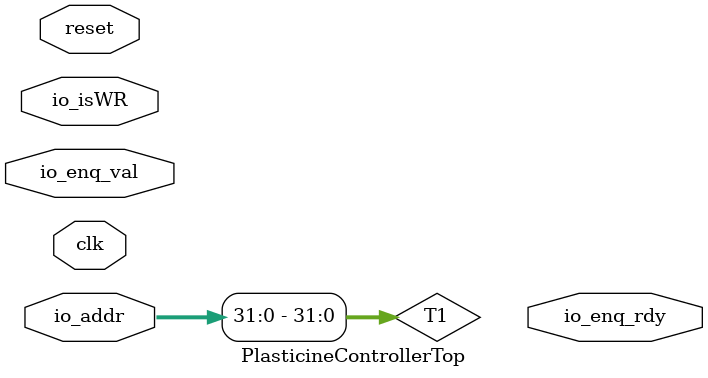
<source format=v>
module PlasticineController(input clk, input reset,
    input  io_start,
    input  io_tx_comp,
    output io_tx_enq,
    output io_done
);

  wire T0;
  reg [1:0] state;
  wire[1:0] T26;
  wire[1:0] T1;
  wire[1:0] T2;
  wire[1:0] T3;
  wire[1:0] T4;
  wire[1:0] T5;
  wire[1:0] T6;
  wire T7;
  wire T8;
  wire T9;
  wire T10;
  wire T11;
  wire T12;
  wire T13;
  wire T14;
  wire T15;
  wire T16;
  wire T17;
  wire T18;
  wire T19;
  wire T20;
  wire T21;
  wire T22;
  wire T23;
  wire T24;
  wire T25;

`ifndef SYNTHESIS
// synthesis translate_off
  integer initvar;
  initial begin
    #0.002;
    state = {1{$random}};
  end
// synthesis translate_on
`endif

  assign io_done = T0;
  assign T0 = state == 2'h3;
  assign T26 = reset ? 2'h0 : T1;
  assign T1 = T21 ? 2'h0 : T2;
  assign T2 = T19 ? 2'h2 : T3;
  assign T3 = T14 ? 2'h3 : T4;
  assign T4 = T11 ? 2'h2 : T5;
  assign T5 = T9 ? 2'h0 : T6;
  assign T6 = T7 ? 2'h1 : state;
  assign T7 = T8 & io_start;
  assign T8 = state == 2'h0;
  assign T9 = T8 & T10;
  assign T10 = io_start ^ 1'h1;
  assign T11 = T13 & T12;
  assign T12 = state == 2'h1;
  assign T13 = T8 ^ 1'h1;
  assign T14 = T15 & io_tx_comp;
  assign T15 = T17 & T16;
  assign T16 = state == 2'h2;
  assign T17 = T18 ^ 1'h1;
  assign T18 = T8 | T12;
  assign T19 = T15 & T20;
  assign T20 = io_tx_comp ^ 1'h1;
  assign T21 = T23 & T22;
  assign T22 = state == 2'h3;
  assign T23 = T24 ^ 1'h1;
  assign T24 = T18 | T16;
  assign io_tx_enq = T25;
  assign T25 = state == 2'h1;

  always @(posedge clk) begin
    if(reset) begin
      state <= 2'h0;
    end else if(T21) begin
      state <= 2'h0;
    end else if(T19) begin
      state <= 2'h2;
    end else if(T14) begin
      state <= 2'h3;
    end else if(T11) begin
      state <= 2'h2;
    end else if(T9) begin
      state <= 2'h0;
    end else if(T7) begin
      state <= 2'h1;
    end
  end
endmodule

module IsWrFifo(input clk, input reset,
    input  io_enq_val,
    output io_enq_rdy,
    output io_deq_val,
    input  io_deq_rdy,
    input  io_enq_dat,
    output io_deq_dat
);

  wire T14;
  wire[63:0] T0;
  reg [63:0] ram [3:0];
  wire[63:0] T1;
  wire[63:0] T15;
  wire do_enq;
  reg [1:0] enq_ptr;
  wire[1:0] T16;
  wire[1:0] T2;
  wire[1:0] enq_ptr_inc;
  reg [1:0] deq_ptr;
  wire[1:0] T17;
  wire[1:0] T3;
  wire[1:0] deq_ptr_inc;
  wire do_deq;
  wire T4;
  wire is_empty;
  wire T5;
  wire T6;
  reg  is_full;
  wire T18;
  wire is_full_next;
  wire T7;
  wire T8;
  wire T9;
  wire T10;
  wire T11;
  wire T12;
  wire T13;

`ifndef SYNTHESIS
// synthesis translate_off
  integer initvar;
  initial begin
    #0.002;
    for (initvar = 0; initvar < 4; initvar = initvar+1)
      ram[initvar] = {2{$random}};
    enq_ptr = {1{$random}};
    deq_ptr = {1{$random}};
    is_full = {1{$random}};
  end
// synthesis translate_on
`endif

  assign io_deq_dat = T14;
  assign T14 = T0[0];
  assign T0 = ram[deq_ptr];
  assign T15 = {63'h0, io_enq_dat};
  assign do_enq = io_enq_rdy & io_enq_val;
  assign T16 = reset ? 2'h0 : T2;
  assign T2 = do_enq ? enq_ptr_inc : enq_ptr;
  assign enq_ptr_inc = enq_ptr + 2'h1;
  assign T17 = reset ? 2'h0 : T3;
  assign T3 = do_deq ? deq_ptr_inc : deq_ptr;
  assign deq_ptr_inc = deq_ptr + 2'h1;
  assign do_deq = io_deq_rdy & io_deq_val;
  assign io_deq_val = T4;
  assign T4 = is_empty ^ 1'h1;
  assign is_empty = T6 & T5;
  assign T5 = enq_ptr == deq_ptr;
  assign T6 = is_full ^ 1'h1;
  assign T18 = reset ? 1'h0 : is_full_next;
  assign is_full_next = T9 ? 1'h1 : T7;
  assign T7 = T8 ? 1'h0 : is_full;
  assign T8 = do_deq & is_full;
  assign T9 = T11 & T10;
  assign T10 = enq_ptr_inc == deq_ptr;
  assign T11 = do_enq & T12;
  assign T12 = ~ do_deq;
  assign io_enq_rdy = T13;
  assign T13 = is_full ^ 1'h1;

  always @(posedge clk) begin
    if (do_enq)
      ram[enq_ptr] <= T15;
    if(reset) begin
      enq_ptr <= 2'h0;
    end else if(do_enq) begin
      enq_ptr <= enq_ptr_inc;
    end
    if(reset) begin
      deq_ptr <= 2'h0;
    end else if(do_deq) begin
      deq_ptr <= deq_ptr_inc;
    end
    if(reset) begin
      is_full <= 1'h0;
    end else if(T9) begin
      is_full <= 1'h1;
    end else if(T8) begin
      is_full <= 1'h0;
    end
  end
endmodule

module AddrFifo(input clk, input reset,
    input  io_enq_val,
    output io_enq_rdy,
    output io_deq_val,
    input  io_deq_rdy,
    input [31:0] io_enq_dat,
    output[31:0] io_deq_dat
);

  wire[31:0] T14;
  wire[63:0] T0;
  reg [63:0] ram [3:0];
  wire[63:0] T1;
  wire[63:0] T15;
  wire do_enq;
  reg [1:0] enq_ptr;
  wire[1:0] T16;
  wire[1:0] T2;
  wire[1:0] enq_ptr_inc;
  reg [1:0] deq_ptr;
  wire[1:0] T17;
  wire[1:0] T3;
  wire[1:0] deq_ptr_inc;
  wire do_deq;
  wire T4;
  wire is_empty;
  wire T5;
  wire T6;
  reg  is_full;
  wire T18;
  wire is_full_next;
  wire T7;
  wire T8;
  wire T9;
  wire T10;
  wire T11;
  wire T12;
  wire T13;

`ifndef SYNTHESIS
// synthesis translate_off
  integer initvar;
  initial begin
    #0.002;
    for (initvar = 0; initvar < 4; initvar = initvar+1)
      ram[initvar] = {2{$random}};
    enq_ptr = {1{$random}};
    deq_ptr = {1{$random}};
    is_full = {1{$random}};
  end
// synthesis translate_on
`endif

  assign io_deq_dat = T14;
  assign T14 = T0[31:0];
  assign T0 = ram[deq_ptr];
  assign T15 = {32'h0, io_enq_dat};
  assign do_enq = io_enq_rdy & io_enq_val;
  assign T16 = reset ? 2'h0 : T2;
  assign T2 = do_enq ? enq_ptr_inc : enq_ptr;
  assign enq_ptr_inc = enq_ptr + 2'h1;
  assign T17 = reset ? 2'h0 : T3;
  assign T3 = do_deq ? deq_ptr_inc : deq_ptr;
  assign deq_ptr_inc = deq_ptr + 2'h1;
  assign do_deq = io_deq_rdy & io_deq_val;
  assign io_deq_val = T4;
  assign T4 = is_empty ^ 1'h1;
  assign is_empty = T6 & T5;
  assign T5 = enq_ptr == deq_ptr;
  assign T6 = is_full ^ 1'h1;
  assign T18 = reset ? 1'h0 : is_full_next;
  assign is_full_next = T9 ? 1'h1 : T7;
  assign T7 = T8 ? 1'h0 : is_full;
  assign T8 = do_deq & is_full;
  assign T9 = T11 & T10;
  assign T10 = enq_ptr_inc == deq_ptr;
  assign T11 = do_enq & T12;
  assign T12 = ~ do_deq;
  assign io_enq_rdy = T13;
  assign T13 = is_full ^ 1'h1;

  always @(posedge clk) begin
    if (do_enq)
      ram[enq_ptr] <= T15;
    if(reset) begin
      enq_ptr <= 2'h0;
    end else if(do_enq) begin
      enq_ptr <= enq_ptr_inc;
    end
    if(reset) begin
      deq_ptr <= 2'h0;
    end else if(do_deq) begin
      deq_ptr <= deq_ptr_inc;
    end
    if(reset) begin
      is_full <= 1'h0;
    end else if(T9) begin
      is_full <= 1'h1;
    end else if(T8) begin
      is_full <= 1'h0;
    end
  end
endmodule

module PlasticineControllerTop(input clk, input reset,
    input  io_enq_val,
    output io_enq_rdy,
    input  io_isWR,
    input [63:0] io_addr
);

  wire[31:0] T1;
  wire T0;
  wire controller_io_tx_enq;
  wire controller_io_done;
  wire dramsim_TX_COMP;
  wire isWrFifo_io_deq_val;
  wire addrFifo_io_deq_val;


`ifndef SYNTHESIS
// synthesis translate_off
//  assign io_enq_rdy = {1{$random}};
// synthesis translate_on
`endif
  assign T1 = io_addr[31:0];
  assign T0 = isWrFifo_io_deq_val & addrFifo_io_deq_val;
  PlasticineController controller(.clk(clk), .reset(reset),
       .io_start( T0 ),
       .io_tx_comp( dramsim_TX_COMP ),
       .io_tx_enq( controller_io_tx_enq ),
       .io_done( controller_io_done )
  );
  DRAMSim2 dramsim(
       .TX_ENQ( controller_io_tx_enq ),
       .TX_COMP( dramsim_TX_COMP ),
       .IS_WR( io_isWR ),
       .ADDR( io_addr )
  );
  IsWrFifo isWrFifo(.clk(clk), .reset(reset),
       .io_enq_val( io_enq_val ),
       //.io_enq_rdy(  )
       .io_deq_val( isWrFifo_io_deq_val ),
       .io_deq_rdy( controller_io_done ),
       .io_enq_dat( io_isWR )
       //.io_deq_dat(  )
  );
  AddrFifo addrFifo(.clk(clk), .reset(reset),
       .io_enq_val( io_enq_val ),
       //.io_enq_rdy(  )
       .io_deq_val( addrFifo_io_deq_val ),
       .io_deq_rdy( controller_io_done ),
       .io_enq_dat( T1 )
       //.io_deq_dat(  )
  );
endmodule


</source>
